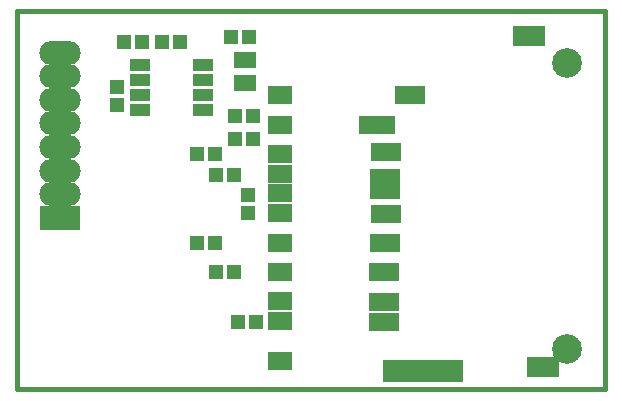
<source format=gts>
G04 (created by PCBNEW-RS274X (2010-05-05 BZR 2356)-stable) date 4/07/2011 8:20:50 p.m.*
G01*
G70*
G90*
%MOIN*%
G04 Gerber Fmt 3.4, Leading zero omitted, Abs format*
%FSLAX34Y34*%
G04 APERTURE LIST*
%ADD10C,0.006000*%
%ADD11C,0.015000*%
%ADD12O,0.138100X0.079100*%
%ADD13R,0.138100X0.079100*%
%ADD14R,0.079100X0.059400*%
%ADD15R,0.106600X0.067200*%
%ADD16R,0.268000X0.075100*%
%ADD17R,0.098700X0.059400*%
%ADD18R,0.118400X0.059400*%
%ADD19R,0.098700X0.098700*%
%ADD20C,0.098700*%
%ADD21R,0.045000X0.051500*%
%ADD22R,0.051500X0.045000*%
%ADD23R,0.075000X0.055000*%
%ADD24R,0.065000X0.040000*%
G04 APERTURE END LIST*
G54D10*
G54D11*
X39291Y-32323D02*
X39291Y-19764D01*
X19685Y-32362D02*
X39291Y-32362D01*
X19685Y-19763D02*
X19685Y-32362D01*
X39291Y-19763D02*
X19685Y-19763D01*
G54D12*
X21102Y-25078D03*
X21102Y-25865D03*
G54D13*
X21102Y-26653D03*
G54D12*
X21102Y-24291D03*
X21102Y-23503D03*
X21102Y-22716D03*
X21102Y-21929D03*
X21102Y-21142D03*
G54D14*
X28465Y-26501D03*
X28465Y-27485D03*
X28465Y-28470D03*
X28465Y-29424D03*
X28465Y-30094D03*
X28465Y-31412D03*
X28465Y-25832D03*
X28465Y-25182D03*
X28465Y-22564D03*
X28465Y-23548D03*
X28465Y-24533D03*
G54D15*
X36762Y-20586D03*
X37205Y-31609D03*
G54D16*
X33229Y-31767D03*
G54D17*
X32795Y-22564D03*
G54D18*
X31673Y-23548D03*
G54D17*
X31998Y-24454D03*
G54D19*
X31959Y-25507D03*
G54D17*
X31998Y-26511D03*
X31939Y-27495D03*
X31919Y-28470D03*
X31929Y-29444D03*
X31929Y-30123D03*
G54D20*
X38032Y-31019D03*
X38032Y-21491D03*
G54D21*
X23842Y-20786D03*
X23242Y-20786D03*
X26944Y-23267D03*
X27544Y-23267D03*
X25684Y-24527D03*
X26284Y-24527D03*
X25684Y-27480D03*
X26284Y-27480D03*
G54D22*
X23031Y-22897D03*
X23031Y-22297D03*
G54D21*
X26314Y-28464D03*
X26914Y-28464D03*
X26314Y-25236D03*
X26914Y-25236D03*
X26826Y-20630D03*
X27426Y-20630D03*
X27042Y-30114D03*
X27642Y-30114D03*
G54D22*
X27386Y-26473D03*
X27386Y-25873D03*
G54D21*
X27544Y-24015D03*
X26944Y-24015D03*
X24502Y-20786D03*
X25102Y-20786D03*
G54D23*
X27283Y-21396D03*
X27283Y-22146D03*
G54D24*
X23792Y-23072D03*
X25892Y-23072D03*
X23792Y-22572D03*
X23792Y-22072D03*
X23792Y-21572D03*
X25892Y-22572D03*
X25892Y-22072D03*
X25892Y-21572D03*
M02*

</source>
